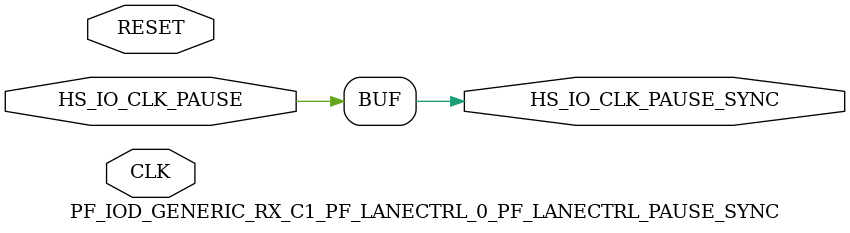
<source format=v>


module PF_IOD_GENERIC_RX_C1_PF_LANECTRL_0_PF_LANECTRL_PAUSE_SYNC( CLK, RESET, HS_IO_CLK_PAUSE, HS_IO_CLK_PAUSE_SYNC );
	
	input CLK, RESET, HS_IO_CLK_PAUSE;
	output HS_IO_CLK_PAUSE_SYNC;

	parameter ENABLE_PAUSE_EXTENSION = 2'b00;

	reg pause_reg_0, pause_reg_1, pause;
	wire pause_sync_0_i;

	generate 
		if( ENABLE_PAUSE_EXTENSION == 3'b000 ) begin : feed
			assign HS_IO_CLK_PAUSE_SYNC = HS_IO_CLK_PAUSE;
		end else if( ENABLE_PAUSE_EXTENSION == 3'b001 ) begin : pipe
			(* HS_IO_CLK_PAUSE_SYNC = 1, syn_keep = 1 *) SLE pause_sync_0(
				.CLK( CLK ),
				.D( HS_IO_CLK_PAUSE ),
				.Q( pause_sync_0_i ),
				.LAT( 1'b0 ),
				.EN( 1'b1 ),
				.ALn( ~RESET ),
				.ADn( 1'b1 ),
				.SLn( 1'b1 ),
				.SD( 1'b0 )
				);

			(* HS_IO_CLK_PAUSE_SYNC = 1, syn_keep = 1 *) SLE pause_sync (
				.CLK( CLK ),
				.D( pause_sync_0_i ),
				.Q( HS_IO_CLK_PAUSE_SYNC ),
				.LAT( 1'b0 ),
				.EN( 1'b1 ),
				.ALn( ~RESET ),
				.ADn( 1'b1 ),
				.SLn( 1'b1 ),
				.SD( 1'b0 )
				);
		end else if ( ENABLE_PAUSE_EXTENSION == 3'b010 ) begin : ext_pipe
			always @(posedge CLK or posedge RESET) begin : ext
				if( RESET == 1'b1 ) begin
					pause_reg_0 <= 1'b0;
					pause_reg_1 <= 1'b0;
					pause <= 1'b0;
				end else begin
					pause_reg_0 <= HS_IO_CLK_PAUSE;
					pause_reg_1 <= pause_reg_0;
					if( HS_IO_CLK_PAUSE == 1'b0 && pause_reg_0 ==1'b1 && pause_reg_1 == 1'b0 )
						pause <= 1'b1; // Extend by 1 cycle if the pulse is less than a cycle
					else
						pause <= HS_IO_CLK_PAUSE;
				end
			end

			(* HS_IO_CLK_PAUSE_SYNC = 1, syn_keep = 1 *) SLE pause_sync (
				.CLK( CLK ),
				.D( pause ),
				.Q( HS_IO_CLK_PAUSE_SYNC ),
				.LAT( 1'b0 ),
				.EN( 1'b1 ),
				.ALn( ~RESET ),
				.ADn( 1'b1 ),
				.SLn( 1'b1 ),
				.SD( 1'b0 )
				);
		end else if ( ENABLE_PAUSE_EXTENSION == 3'b011 ) begin : pipe_fall 
			(* HS_IO_CLK_PAUSE_SYNC = 1, syn_keep = 1 *) SLE pause_sync_0 (
				.CLK( CLK ),
				.D( HS_IO_CLK_PAUSE ),
				.Q( pause_sync_0_i ),
				.LAT( 1'b0 ),
				.EN( 1'b1 ),
				.ALn( ~RESET ),
				.ADn( 1'b1 ),
				.SLn( 1'b1 ),
				.SD( 1'b0 )
				);

			(* HS_IO_CLK_PAUSE_SYNC = 1, syn_keep = 1 *) SLE pause_sync (
				.CLK( ~CLK ),
				.D( pause_sync_0_i ),
				.Q( HS_IO_CLK_PAUSE_SYNC ),
				.LAT( 1'b0 ),
				.EN( 1'b1 ),
				.ALn( ~RESET ),
				.ADn( 1'b1 ),
				.SLn( 1'b1 ),
				.SD( 1'b0 )
				);
		end else if ( ENABLE_PAUSE_EXTENSION == 3'b100 ) begin : ext_pipe_fall 
			always @(posedge CLK or posedge RESET) begin : ext
				if( RESET == 1'b1 ) begin
					pause_reg_0 <= 1'b0;
					pause_reg_1 <= 1'b0;
					pause <= 1'b0;
				end else begin
					pause_reg_0 <= HS_IO_CLK_PAUSE;
					pause_reg_1 <= pause_reg_0;
					if( HS_IO_CLK_PAUSE == 1'b0 && pause_reg_0 ==1'b1 && pause_reg_1 == 1'b0 )
						pause <= 1'b1; // Extend by 1 cycle if the pulse is less than a cycle
					else
						pause <= HS_IO_CLK_PAUSE;
				end
			end

			(* HS_IO_CLK_PAUSE_SYNC = 1, syn_keep = 1 *) SLE pause_sync (
				.CLK( ~CLK ),
				.D( pause ),
				.Q( HS_IO_CLK_PAUSE_SYNC ),
				.LAT( 1'b0 ),
				.EN( 1'b1 ),
				.ALn( ~RESET ),
				.ADn( 1'b1 ),
				.SLn( 1'b1 ),
				.SD( 1'b0 )
				);
		end
	endgenerate

endmodule
</source>
